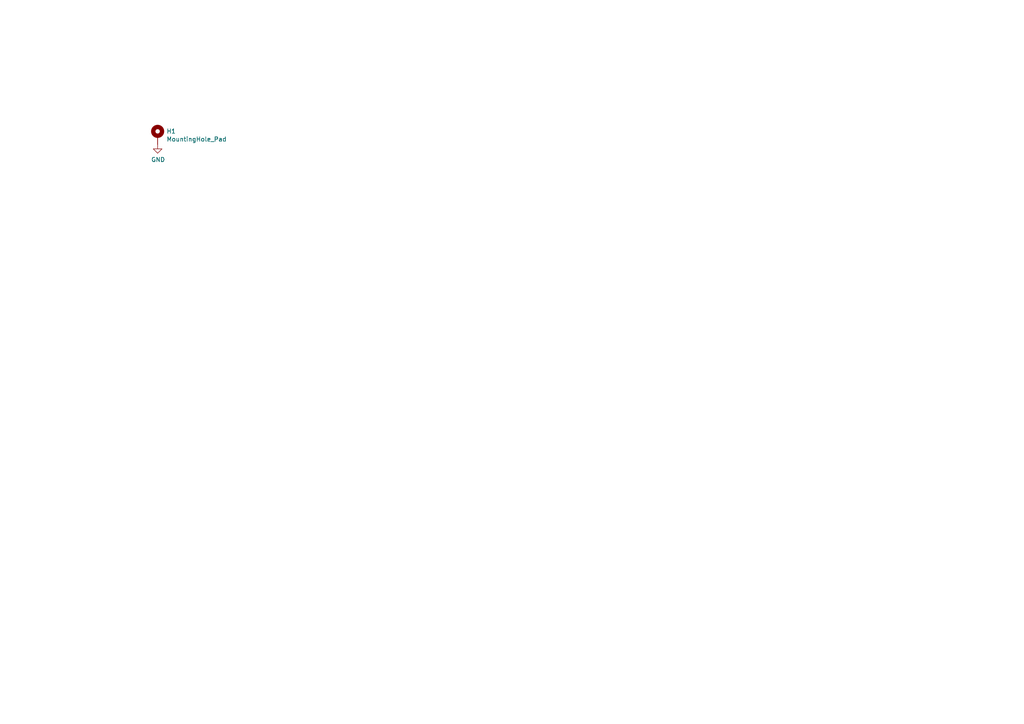
<source format=kicad_sch>
(kicad_sch (version 20230121) (generator eeschema)
  (paper "A4")
  (lib_symbols
    (symbol "Mechanical:MountingHole_Pad" (pin_numbers hide) (pin_names (offset 1.016) hide)
      (property "Reference" "H" (at 0 6.35 0))
      (property "Value" "MountingHole_Pad" (at 0 4.445 0))
      (symbol "MountingHole_Pad_0_1"
        (circle (center 0 1.27) (radius 1.27) (stroke (width 1.27)))
      )
      (symbol "MountingHole_Pad_1_1"
        (pin input line (at 0 -2.54 90) (length 2.54) (name "1") (number "1"))
      )
    )
    (symbol "power:GND" (power) (pin_names (offset 0))
      (property "Value" "GND" (at 0 -3.81 0))
      (symbol "GND_0_1"
        (polyline (pts (xy 0 0) (xy 0 -1.27) (xy 1.27 -1.27) (xy 0 -2.54) (xy -1.27 -1.27) (xy 0 -1.27)))
      )
      (symbol "GND_1_1"
        (pin power_in line (at 0 0 270) (length 0) hide (name "GND") (number "1"))
      )
    )
  )
  (symbol (lib_id "Mechanical:MountingHole_Pad") (at 45.72 39.37 0) (unit 1)
    (property "Reference" "H1" (at 48.26 38.0746 0) (effects (justify left)))
    (property "Value" "MountingHole_Pad" (at 48.26 40.386 0) (effects (justify left)))
    (property "Footprint" "MountingHole:MountingHole_2.2mm_M2_Pad" (effects hide))
  )
  (symbol (lib_id "power:GND") (at 45.72 41.91 0) (unit 1)
    (property "Reference" "#PWR0101" (effects hide))
    (property "Value" "GND" (at 45.847 46.3042 0))
  )
)
</source>
